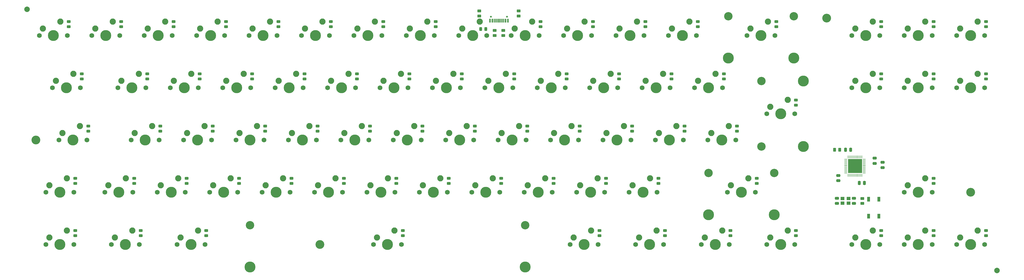
<source format=gbs>
G04 #@! TF.GenerationSoftware,KiCad,Pcbnew,(6.0.2)*
G04 #@! TF.CreationDate,2022-02-17T23:22:08+01:00*
G04 #@! TF.ProjectId,Frooastboard Walnut,46726f6f-6173-4746-926f-617264205761,rev?*
G04 #@! TF.SameCoordinates,Original*
G04 #@! TF.FileFunction,Soldermask,Bot*
G04 #@! TF.FilePolarity,Negative*
%FSLAX46Y46*%
G04 Gerber Fmt 4.6, Leading zero omitted, Abs format (unit mm)*
G04 Created by KiCad (PCBNEW (6.0.2)) date 2022-02-17 23:22:08*
%MOMM*%
%LPD*%
G01*
G04 APERTURE LIST*
G04 Aperture macros list*
%AMRoundRect*
0 Rectangle with rounded corners*
0 $1 Rounding radius*
0 $2 $3 $4 $5 $6 $7 $8 $9 X,Y pos of 4 corners*
0 Add a 4 corners polygon primitive as box body*
4,1,4,$2,$3,$4,$5,$6,$7,$8,$9,$2,$3,0*
0 Add four circle primitives for the rounded corners*
1,1,$1+$1,$2,$3*
1,1,$1+$1,$4,$5*
1,1,$1+$1,$6,$7*
1,1,$1+$1,$8,$9*
0 Add four rect primitives between the rounded corners*
20,1,$1+$1,$2,$3,$4,$5,0*
20,1,$1+$1,$4,$5,$6,$7,0*
20,1,$1+$1,$6,$7,$8,$9,0*
20,1,$1+$1,$8,$9,$2,$3,0*%
G04 Aperture macros list end*
%ADD10C,1.750000*%
%ADD11C,3.987800*%
%ADD12C,2.250000*%
%ADD13C,3.200000*%
%ADD14C,3.048000*%
%ADD15C,2.000000*%
%ADD16RoundRect,0.243750X0.456250X-0.243750X0.456250X0.243750X-0.456250X0.243750X-0.456250X-0.243750X0*%
%ADD17R,1.100000X1.800000*%
%ADD18RoundRect,0.250000X0.450000X-0.262500X0.450000X0.262500X-0.450000X0.262500X-0.450000X-0.262500X0*%
%ADD19RoundRect,0.062500X0.475000X0.062500X-0.475000X0.062500X-0.475000X-0.062500X0.475000X-0.062500X0*%
%ADD20RoundRect,0.062500X0.062500X0.475000X-0.062500X0.475000X-0.062500X-0.475000X0.062500X-0.475000X0*%
%ADD21R,5.200000X5.200000*%
%ADD22RoundRect,0.250000X-0.475000X0.250000X-0.475000X-0.250000X0.475000X-0.250000X0.475000X0.250000X0*%
%ADD23C,0.650000*%
%ADD24R,0.600000X1.450000*%
%ADD25R,0.300000X1.450000*%
%ADD26RoundRect,0.250000X-0.262500X-0.450000X0.262500X-0.450000X0.262500X0.450000X-0.262500X0.450000X0*%
%ADD27R,1.400000X1.200000*%
%ADD28RoundRect,0.250000X0.475000X-0.250000X0.475000X0.250000X-0.475000X0.250000X-0.475000X-0.250000X0*%
%ADD29RoundRect,0.250000X0.250000X0.475000X-0.250000X0.475000X-0.250000X-0.475000X0.250000X-0.475000X0*%
%ADD30RoundRect,0.250000X-0.250000X-0.475000X0.250000X-0.475000X0.250000X0.475000X-0.250000X0.475000X0*%
%ADD31RoundRect,0.243750X0.243750X0.456250X-0.243750X0.456250X-0.243750X-0.456250X0.243750X-0.456250X0*%
G04 APERTURE END LIST*
D10*
X359251250Y-30956250D03*
X369411250Y-30956250D03*
D11*
X364331250Y-30956250D03*
D12*
X360521250Y-28416250D03*
X366871250Y-25876250D03*
D10*
X236061250Y-50006250D03*
X225901250Y-50006250D03*
D11*
X230981250Y-50006250D03*
D12*
X227171250Y-47466250D03*
X233521250Y-44926250D03*
D10*
X231298750Y-88106250D03*
D11*
X226218750Y-88106250D03*
D10*
X221138750Y-88106250D03*
D12*
X222408750Y-85566250D03*
X228758750Y-83026250D03*
D10*
X217011250Y-50006250D03*
D11*
X211931250Y-50006250D03*
D10*
X206851250Y-50006250D03*
D12*
X208121250Y-47466250D03*
X214471250Y-44926250D03*
D11*
X245268750Y-88106250D03*
D10*
X250348750Y-88106250D03*
X240188750Y-88106250D03*
D12*
X241458750Y-85566250D03*
X247808750Y-83026250D03*
D10*
X78898750Y-88106250D03*
D11*
X73818750Y-88106250D03*
D10*
X68738750Y-88106250D03*
D12*
X70008750Y-85566250D03*
X76358750Y-83026250D03*
D11*
X121443750Y-69056250D03*
D10*
X126523750Y-69056250D03*
X116363750Y-69056250D03*
D12*
X117633750Y-66516250D03*
X123983750Y-63976250D03*
D11*
X250031250Y-50006250D03*
D10*
X244951250Y-50006250D03*
X255111250Y-50006250D03*
D12*
X246221250Y-47466250D03*
X252571250Y-44926250D03*
D10*
X242570000Y-107156250D03*
X252730000Y-107156250D03*
D11*
X247650000Y-107156250D03*
D12*
X243840000Y-104616250D03*
X250190000Y-102076250D03*
D10*
X40798750Y-50006250D03*
D11*
X35718750Y-50006250D03*
D10*
X30638750Y-50006250D03*
D12*
X31908750Y-47466250D03*
X38258750Y-44926250D03*
D10*
X102711250Y-50006250D03*
X92551250Y-50006250D03*
D11*
X97631250Y-50006250D03*
D12*
X93821250Y-47466250D03*
X100171250Y-44926250D03*
D10*
X216376250Y-30956250D03*
X226536250Y-30956250D03*
D11*
X221456250Y-30956250D03*
D12*
X217646250Y-28416250D03*
X223996250Y-25876250D03*
D11*
X116681250Y-50006250D03*
D10*
X111601250Y-50006250D03*
X121761250Y-50006250D03*
D12*
X112871250Y-47466250D03*
X119221250Y-44926250D03*
D13*
X24606250Y-69056250D03*
D10*
X174148750Y-88106250D03*
X163988750Y-88106250D03*
D11*
X169068750Y-88106250D03*
D12*
X165258750Y-85566250D03*
X171608750Y-83026250D03*
D10*
X197326250Y-30956250D03*
X207486250Y-30956250D03*
D11*
X202406250Y-30956250D03*
D12*
X198596250Y-28416250D03*
X204946250Y-25876250D03*
D11*
X197643750Y-69056250D03*
D10*
X192563750Y-69056250D03*
X202723750Y-69056250D03*
D12*
X193833750Y-66516250D03*
X200183750Y-63976250D03*
D10*
X202088750Y-88106250D03*
X212248750Y-88106250D03*
D11*
X207168750Y-88106250D03*
D12*
X203358750Y-85566250D03*
X209708750Y-83026250D03*
D13*
X364331250Y-88106250D03*
D10*
X144938750Y-88106250D03*
X155098750Y-88106250D03*
D11*
X150018750Y-88106250D03*
D12*
X146208750Y-85566250D03*
X152558750Y-83026250D03*
D11*
X92868750Y-88106250D03*
D10*
X87788750Y-88106250D03*
X97948750Y-88106250D03*
D12*
X89058750Y-85566250D03*
X95408750Y-83026250D03*
D10*
X131286250Y-30956250D03*
D11*
X126206250Y-30956250D03*
D10*
X121126250Y-30956250D03*
D12*
X122396250Y-28416250D03*
X128746250Y-25876250D03*
D11*
X326231250Y-30956250D03*
D10*
X321151250Y-30956250D03*
X331311250Y-30956250D03*
D12*
X322421250Y-28416250D03*
X328771250Y-25876250D03*
D11*
X235743750Y-69056250D03*
D10*
X230663750Y-69056250D03*
X240823750Y-69056250D03*
D12*
X231933750Y-66516250D03*
X238283750Y-63976250D03*
D10*
X147320000Y-107156250D03*
D14*
X102400100Y-100171250D03*
D11*
X202399900Y-115411250D03*
D14*
X202399900Y-100171250D03*
D11*
X152400000Y-107156250D03*
X102400100Y-115411250D03*
D10*
X157480000Y-107156250D03*
D12*
X148590000Y-104616250D03*
X154940000Y-102076250D03*
D11*
X183356250Y-30956250D03*
D10*
X178276250Y-30956250D03*
X188436250Y-30956250D03*
D12*
X179546250Y-28416250D03*
X185896250Y-25876250D03*
D10*
X249713750Y-69056250D03*
D11*
X254793750Y-69056250D03*
D10*
X259873750Y-69056250D03*
D12*
X250983750Y-66516250D03*
X257333750Y-63976250D03*
D10*
X264001250Y-50006250D03*
X274161250Y-50006250D03*
D11*
X269081250Y-50006250D03*
D12*
X265271250Y-47466250D03*
X271621250Y-44926250D03*
D13*
X311943750Y-24606250D03*
D11*
X364331250Y-107156250D03*
D10*
X359251250Y-107156250D03*
X369411250Y-107156250D03*
D12*
X360521250Y-104616250D03*
X366871250Y-102076250D03*
D11*
X38100000Y-69056250D03*
D10*
X33020000Y-69056250D03*
X43180000Y-69056250D03*
D12*
X34290000Y-66516250D03*
X40640000Y-63976250D03*
D10*
X331311250Y-107156250D03*
X321151250Y-107156250D03*
D11*
X326231250Y-107156250D03*
D12*
X322421250Y-104616250D03*
X328771250Y-102076250D03*
D11*
X50006250Y-30956250D03*
D10*
X44926250Y-30956250D03*
X55086250Y-30956250D03*
D12*
X46196250Y-28416250D03*
X52546250Y-25876250D03*
D10*
X62230000Y-107156250D03*
D11*
X57150000Y-107156250D03*
D10*
X52070000Y-107156250D03*
D12*
X53340000Y-104616250D03*
X59690000Y-102076250D03*
D11*
X140493750Y-69056250D03*
D10*
X145573750Y-69056250D03*
X135413750Y-69056250D03*
D12*
X136683750Y-66516250D03*
X143033750Y-63976250D03*
D10*
X293211250Y-30956250D03*
D14*
X300037500Y-23971250D03*
X276225000Y-23971250D03*
D10*
X283051250Y-30956250D03*
D11*
X300037500Y-39211250D03*
X288131250Y-30956250D03*
X276225000Y-39211250D03*
D12*
X284321250Y-28416250D03*
X290671250Y-25876250D03*
D10*
X187801250Y-50006250D03*
D11*
X192881250Y-50006250D03*
D10*
X197961250Y-50006250D03*
D12*
X189071250Y-47466250D03*
X195421250Y-44926250D03*
D10*
X321151250Y-50006250D03*
X331311250Y-50006250D03*
D11*
X326231250Y-50006250D03*
D12*
X322421250Y-47466250D03*
X328771250Y-44926250D03*
D10*
X193198750Y-88106250D03*
D11*
X188118750Y-88106250D03*
D10*
X183038750Y-88106250D03*
D12*
X184308750Y-85566250D03*
X190658750Y-83026250D03*
D10*
X59213750Y-69056250D03*
D11*
X64293750Y-69056250D03*
D10*
X69373750Y-69056250D03*
D12*
X60483750Y-66516250D03*
X66833750Y-63976250D03*
D10*
X173513750Y-69056250D03*
D11*
X178593750Y-69056250D03*
D10*
X183673750Y-69056250D03*
D12*
X174783750Y-66516250D03*
X181133750Y-63976250D03*
D11*
X111918750Y-88106250D03*
D10*
X116998750Y-88106250D03*
X106838750Y-88106250D03*
D12*
X108108750Y-85566250D03*
X114458750Y-83026250D03*
D11*
X33337500Y-107156250D03*
D10*
X38417500Y-107156250D03*
X28257500Y-107156250D03*
D12*
X29527500Y-104616250D03*
X35877500Y-102076250D03*
D10*
X74136250Y-30956250D03*
D11*
X69056250Y-30956250D03*
D10*
X63976250Y-30956250D03*
D12*
X65246250Y-28416250D03*
X71596250Y-25876250D03*
D10*
X73501250Y-50006250D03*
D11*
X78581250Y-50006250D03*
D10*
X83661250Y-50006250D03*
D12*
X74771250Y-47466250D03*
X81121250Y-44926250D03*
D11*
X107156250Y-30956250D03*
D10*
X112236250Y-30956250D03*
X102076250Y-30956250D03*
D12*
X103346250Y-28416250D03*
X109696250Y-25876250D03*
D11*
X273843750Y-69056250D03*
D10*
X268763750Y-69056250D03*
X278923750Y-69056250D03*
D12*
X270033750Y-66516250D03*
X276383750Y-63976250D03*
D11*
X345281250Y-30956250D03*
D10*
X340201250Y-30956250D03*
X350361250Y-30956250D03*
D12*
X341471250Y-28416250D03*
X347821250Y-25876250D03*
D10*
X218757500Y-107156250D03*
X228917500Y-107156250D03*
D11*
X223837500Y-107156250D03*
D12*
X220027500Y-104616250D03*
X226377500Y-102076250D03*
D10*
X169386250Y-30956250D03*
X159226250Y-30956250D03*
D11*
X164306250Y-30956250D03*
D12*
X160496250Y-28416250D03*
X166846250Y-25876250D03*
D10*
X49688750Y-88106250D03*
D11*
X54768750Y-88106250D03*
D10*
X59848750Y-88106250D03*
D12*
X50958750Y-85566250D03*
X57308750Y-83026250D03*
D11*
X88106250Y-30956250D03*
D10*
X93186250Y-30956250D03*
X83026250Y-30956250D03*
D12*
X84296250Y-28416250D03*
X90646250Y-25876250D03*
D10*
X88423750Y-69056250D03*
X78263750Y-69056250D03*
D11*
X83343750Y-69056250D03*
D12*
X79533750Y-66516250D03*
X85883750Y-63976250D03*
D10*
X97313750Y-69056250D03*
X107473750Y-69056250D03*
D11*
X102393750Y-69056250D03*
D12*
X98583750Y-66516250D03*
X104933750Y-63976250D03*
D11*
X240506250Y-30956250D03*
D10*
X235426250Y-30956250D03*
X245586250Y-30956250D03*
D12*
X236696250Y-28416250D03*
X243046250Y-25876250D03*
D13*
X127793750Y-107156250D03*
D10*
X140176250Y-30956250D03*
D11*
X145256250Y-30956250D03*
D10*
X150336250Y-30956250D03*
D12*
X141446250Y-28416250D03*
X147796250Y-25876250D03*
D11*
X271462500Y-107156250D03*
D10*
X266382500Y-107156250D03*
X276542500Y-107156250D03*
D12*
X267652500Y-104616250D03*
X274002500Y-102076250D03*
D11*
X216693750Y-69056250D03*
D10*
X211613750Y-69056250D03*
X221773750Y-69056250D03*
D12*
X212883750Y-66516250D03*
X219233750Y-63976250D03*
D11*
X303530000Y-47593250D03*
D14*
X288290000Y-71469250D03*
D11*
X303530000Y-71469250D03*
D10*
X300355000Y-59531250D03*
D11*
X295275000Y-59531250D03*
D10*
X290195000Y-59531250D03*
D14*
X288290000Y-47593250D03*
D12*
X291465000Y-56991250D03*
X297815000Y-54451250D03*
D10*
X125888750Y-88106250D03*
X136048750Y-88106250D03*
D11*
X130968750Y-88106250D03*
D12*
X127158750Y-85566250D03*
X133508750Y-83026250D03*
D10*
X28257500Y-88106250D03*
X38417500Y-88106250D03*
D11*
X33337500Y-88106250D03*
D12*
X29527500Y-85566250D03*
X35877500Y-83026250D03*
D10*
X369411250Y-50006250D03*
X359251250Y-50006250D03*
D11*
X364331250Y-50006250D03*
D12*
X360521250Y-47466250D03*
X366871250Y-44926250D03*
D10*
X340201250Y-88106250D03*
X350361250Y-88106250D03*
D11*
X345281250Y-88106250D03*
D12*
X341471250Y-85566250D03*
X347821250Y-83026250D03*
D11*
X173831250Y-50006250D03*
D10*
X168751250Y-50006250D03*
X178911250Y-50006250D03*
D12*
X170021250Y-47466250D03*
X176371250Y-44926250D03*
D10*
X54451250Y-50006250D03*
D11*
X59531250Y-50006250D03*
D10*
X64611250Y-50006250D03*
D12*
X55721250Y-47466250D03*
X62071250Y-44926250D03*
D10*
X350361250Y-50006250D03*
X340201250Y-50006250D03*
D11*
X345281250Y-50006250D03*
D12*
X341471250Y-47466250D03*
X347821250Y-44926250D03*
D11*
X295275000Y-107156250D03*
D10*
X300355000Y-107156250D03*
X290195000Y-107156250D03*
D12*
X291465000Y-104616250D03*
X297815000Y-102076250D03*
D10*
X154463750Y-69056250D03*
D11*
X159543750Y-69056250D03*
D10*
X164623750Y-69056250D03*
D12*
X155733750Y-66516250D03*
X162083750Y-63976250D03*
D11*
X154781250Y-50006250D03*
D10*
X159861250Y-50006250D03*
X149701250Y-50006250D03*
D12*
X150971250Y-47466250D03*
X157321250Y-44926250D03*
D10*
X350361250Y-107156250D03*
X340201250Y-107156250D03*
D11*
X345281250Y-107156250D03*
D12*
X341471250Y-104616250D03*
X347821250Y-102076250D03*
D11*
X30956250Y-30956250D03*
D10*
X36036250Y-30956250D03*
X25876250Y-30956250D03*
D12*
X27146250Y-28416250D03*
X33496250Y-25876250D03*
D10*
X75882500Y-107156250D03*
X86042500Y-107156250D03*
D11*
X80962500Y-107156250D03*
D12*
X77152500Y-104616250D03*
X83502500Y-102076250D03*
D10*
X264636250Y-30956250D03*
D11*
X259556250Y-30956250D03*
D10*
X254476250Y-30956250D03*
D12*
X255746250Y-28416250D03*
X262096250Y-25876250D03*
D11*
X280987500Y-88106250D03*
D14*
X269081250Y-81121250D03*
D10*
X286067500Y-88106250D03*
X275907500Y-88106250D03*
D14*
X292893750Y-81121250D03*
D11*
X292893750Y-96361250D03*
X269081250Y-96361250D03*
D12*
X277177500Y-85566250D03*
X283527500Y-83026250D03*
D10*
X140811250Y-50006250D03*
D11*
X135731250Y-50006250D03*
D10*
X130651250Y-50006250D03*
D12*
X131921250Y-47466250D03*
X138271250Y-44926250D03*
D15*
X373856250Y-116681250D03*
D16*
X174625000Y-84931250D03*
X174625000Y-83056250D03*
X131762500Y-27781250D03*
X131762500Y-25906250D03*
X250825000Y-84931250D03*
X250825000Y-83056250D03*
X279400000Y-65881250D03*
X279400000Y-64006250D03*
X65087500Y-46831250D03*
X65087500Y-44956250D03*
X277018750Y-103981250D03*
X277018750Y-102106250D03*
X231775000Y-84931250D03*
X231775000Y-83056250D03*
X369887500Y-27781250D03*
X369887500Y-25906250D03*
X60325000Y-84931250D03*
X60325000Y-83056250D03*
X136525000Y-84931250D03*
X136525000Y-83056250D03*
X331787500Y-103981250D03*
X331787500Y-102106250D03*
D17*
X327200000Y-90637500D03*
X330900000Y-96837500D03*
X330900000Y-90637500D03*
X327200000Y-96837500D03*
D16*
X43656250Y-65881250D03*
X43656250Y-64006250D03*
X38893750Y-103981250D03*
X38893750Y-102106250D03*
X150812500Y-27781250D03*
X150812500Y-25906250D03*
D18*
X194468750Y-30956250D03*
X194468750Y-29131250D03*
D16*
X350837500Y-27781250D03*
X350837500Y-25906250D03*
D19*
X325600000Y-76081250D03*
X325600000Y-76581250D03*
X325600000Y-77081250D03*
X325600000Y-77581250D03*
X325600000Y-78081250D03*
X325600000Y-78581250D03*
X325600000Y-79081250D03*
X325600000Y-79581250D03*
X325600000Y-80081250D03*
X325600000Y-80581250D03*
X325600000Y-81081250D03*
D20*
X324762500Y-81918750D03*
X324262500Y-81918750D03*
X323762500Y-81918750D03*
X323262500Y-81918750D03*
X322762500Y-81918750D03*
X322262500Y-81918750D03*
X321762500Y-81918750D03*
X321262500Y-81918750D03*
X320762500Y-81918750D03*
X320262500Y-81918750D03*
X319762500Y-81918750D03*
D19*
X318925000Y-81081250D03*
X318925000Y-80581250D03*
X318925000Y-80081250D03*
X318925000Y-79581250D03*
X318925000Y-79081250D03*
X318925000Y-78581250D03*
X318925000Y-78081250D03*
X318925000Y-77581250D03*
X318925000Y-77081250D03*
X318925000Y-76581250D03*
X318925000Y-76081250D03*
D20*
X319762500Y-75243750D03*
X320262500Y-75243750D03*
X320762500Y-75243750D03*
X321262500Y-75243750D03*
X321762500Y-75243750D03*
X322262500Y-75243750D03*
X322762500Y-75243750D03*
X323262500Y-75243750D03*
X323762500Y-75243750D03*
X324262500Y-75243750D03*
X324762500Y-75243750D03*
D21*
X322262500Y-78581250D03*
D16*
X160337500Y-46831250D03*
X160337500Y-44956250D03*
X274637500Y-46831250D03*
X274637500Y-44956250D03*
D18*
X200025000Y-23812500D03*
X200025000Y-21987500D03*
D16*
X300831250Y-103981250D03*
X300831250Y-102106250D03*
X157956250Y-103981250D03*
X157956250Y-102106250D03*
X79375000Y-84931250D03*
X79375000Y-83056250D03*
D22*
X316200000Y-82000000D03*
X316200000Y-83900000D03*
D16*
X300831250Y-56356250D03*
X300831250Y-54481250D03*
X369887500Y-46831250D03*
X369887500Y-44956250D03*
X260350000Y-65881250D03*
X260350000Y-64006250D03*
D15*
X21431250Y-21431250D03*
D16*
X141287500Y-46831250D03*
X141287500Y-44956250D03*
X286543750Y-84931250D03*
X286543750Y-83056250D03*
X265112500Y-27781250D03*
X265112500Y-25906250D03*
D23*
X195771250Y-24076250D03*
X189991250Y-24076250D03*
D24*
X189656250Y-25521250D03*
X190431250Y-25521250D03*
D25*
X191131250Y-25521250D03*
X191631250Y-25521250D03*
X192131250Y-25521250D03*
X192631250Y-25521250D03*
X193131250Y-25521250D03*
X193631250Y-25521250D03*
X194131250Y-25521250D03*
X194631250Y-25521250D03*
D24*
X195331250Y-25521250D03*
X196106250Y-25521250D03*
D16*
X36512500Y-27781250D03*
X36512500Y-25906250D03*
X222250000Y-65881250D03*
X222250000Y-64006250D03*
X155575000Y-84931250D03*
X155575000Y-83056250D03*
X227012500Y-27781250D03*
X227012500Y-25906250D03*
X350837500Y-46831250D03*
X350837500Y-44956250D03*
X198437500Y-46831250D03*
X198437500Y-44956250D03*
X84137500Y-46831250D03*
X84137500Y-44956250D03*
X253206250Y-103981250D03*
X253206250Y-102106250D03*
X62706250Y-103981250D03*
X62706250Y-102106250D03*
X350837500Y-103981250D03*
X350837500Y-102106250D03*
X246062500Y-27781250D03*
X246062500Y-25906250D03*
X165100000Y-65881250D03*
X165100000Y-64006250D03*
X127000000Y-65881250D03*
X127000000Y-64006250D03*
X169862500Y-27781250D03*
X169862500Y-25906250D03*
X331787500Y-27781250D03*
X331787500Y-25906250D03*
X112712500Y-27781250D03*
X112712500Y-25906250D03*
X93662500Y-27781250D03*
X93662500Y-25906250D03*
X207962500Y-27781250D03*
X207962500Y-25906250D03*
D18*
X185737500Y-23812500D03*
X185737500Y-21987500D03*
D26*
X314875000Y-72600000D03*
X316700000Y-72600000D03*
D16*
X229393750Y-103981250D03*
X229393750Y-102106250D03*
D27*
X317700000Y-90387500D03*
X319900000Y-90387500D03*
X319900000Y-92087500D03*
X317700000Y-92087500D03*
D16*
X88900000Y-65881250D03*
X88900000Y-64006250D03*
D28*
X321900000Y-92187500D03*
X321900000Y-90287500D03*
D16*
X255587500Y-46831250D03*
X255587500Y-44956250D03*
D29*
X325700000Y-84700000D03*
X323800000Y-84700000D03*
D16*
X98425000Y-84931250D03*
X98425000Y-83056250D03*
X122237500Y-46831250D03*
X122237500Y-44956250D03*
D18*
X324900000Y-92200000D03*
X324900000Y-90375000D03*
D16*
X86518750Y-103981250D03*
X86518750Y-102106250D03*
X103187500Y-46831250D03*
X103187500Y-44956250D03*
X217487500Y-46831250D03*
X217487500Y-44956250D03*
X74612500Y-27781250D03*
X74612500Y-25906250D03*
X41275000Y-46831250D03*
X41275000Y-44956250D03*
X69850000Y-65881250D03*
X69850000Y-64006250D03*
X55562500Y-27781250D03*
X55562500Y-25906250D03*
X241300000Y-65881250D03*
X241300000Y-64006250D03*
X193675000Y-84931250D03*
X193675000Y-83056250D03*
D30*
X318800000Y-72600000D03*
X320700000Y-72600000D03*
D16*
X236537500Y-46831250D03*
X236537500Y-44956250D03*
X331787500Y-46831250D03*
X331787500Y-44956250D03*
X350837500Y-84931250D03*
X350837500Y-83056250D03*
X146050000Y-65881250D03*
X146050000Y-64006250D03*
D31*
X188118750Y-28575000D03*
X186243750Y-28575000D03*
D16*
X107950000Y-65881250D03*
X107950000Y-64006250D03*
D22*
X329400000Y-75700000D03*
X329400000Y-77600000D03*
X332300000Y-77200000D03*
X332300000Y-79100000D03*
X315700000Y-90287500D03*
X315700000Y-92187500D03*
D16*
X293687500Y-27781250D03*
X293687500Y-25906250D03*
X369887500Y-103981250D03*
X369887500Y-102106250D03*
X117475000Y-84931250D03*
X117475000Y-83056250D03*
X184150000Y-65881250D03*
X184150000Y-64006250D03*
X38893750Y-84931250D03*
X38893750Y-83056250D03*
X203200000Y-65881250D03*
X203200000Y-64006250D03*
D18*
X191293750Y-30956250D03*
X191293750Y-29131250D03*
D16*
X179387500Y-46831250D03*
X179387500Y-44956250D03*
X212725000Y-84931250D03*
X212725000Y-83056250D03*
M02*

</source>
